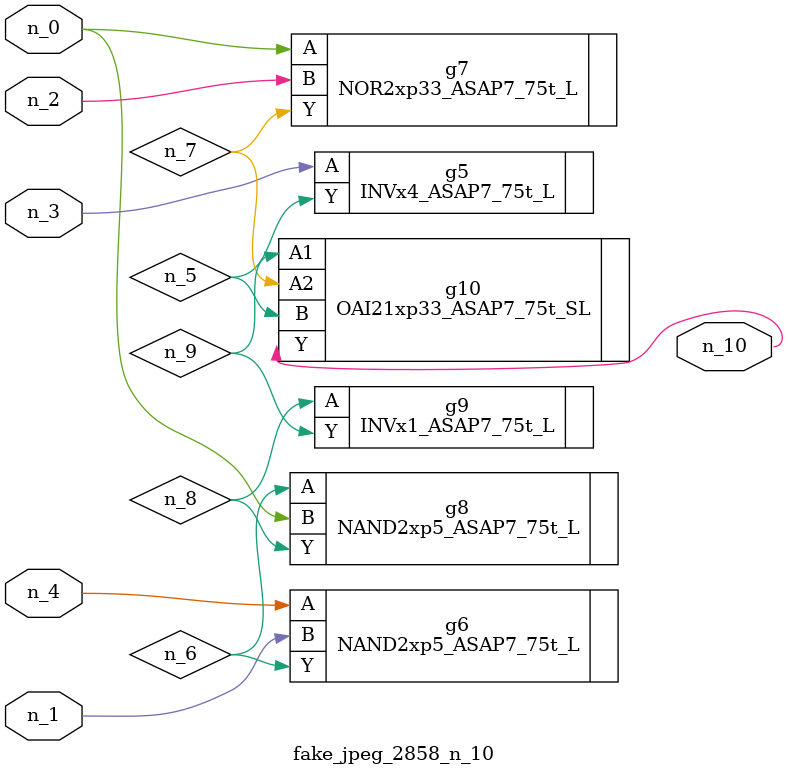
<source format=v>
module fake_jpeg_2858_n_10 (n_3, n_2, n_1, n_0, n_4, n_10);

input n_3;
input n_2;
input n_1;
input n_0;
input n_4;

output n_10;

wire n_8;
wire n_9;
wire n_6;
wire n_5;
wire n_7;

INVx4_ASAP7_75t_L g5 ( 
.A(n_3),
.Y(n_5)
);

NAND2xp5_ASAP7_75t_L g6 ( 
.A(n_4),
.B(n_1),
.Y(n_6)
);

NOR2xp33_ASAP7_75t_L g7 ( 
.A(n_0),
.B(n_2),
.Y(n_7)
);

NAND2xp5_ASAP7_75t_L g8 ( 
.A(n_6),
.B(n_0),
.Y(n_8)
);

INVx1_ASAP7_75t_L g9 ( 
.A(n_8),
.Y(n_9)
);

OAI21xp33_ASAP7_75t_SL g10 ( 
.A1(n_9),
.A2(n_7),
.B(n_5),
.Y(n_10)
);


endmodule
</source>
